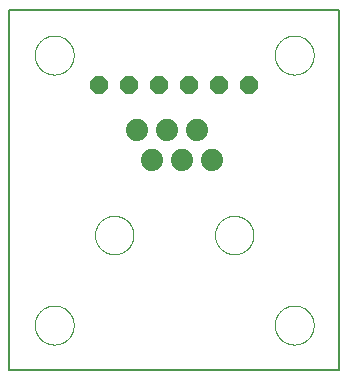
<source format=gbl>
G75*
%MOIN*%
%OFA0B0*%
%FSLAX25Y25*%
%IPPOS*%
%LPD*%
%AMOC8*
5,1,8,0,0,1.08239X$1,22.5*
%
%ADD10C,0.00600*%
%ADD11C,0.00000*%
%ADD12C,0.07400*%
%ADD13OC8,0.06000*%
D10*
X0001300Y0001300D02*
X0001300Y0121300D01*
X0111300Y0121300D01*
X0111300Y0001300D01*
X0001300Y0001300D01*
D11*
X0009800Y0016300D02*
X0009802Y0016461D01*
X0009808Y0016621D01*
X0009818Y0016782D01*
X0009832Y0016942D01*
X0009850Y0017102D01*
X0009871Y0017261D01*
X0009897Y0017420D01*
X0009927Y0017578D01*
X0009960Y0017735D01*
X0009998Y0017892D01*
X0010039Y0018047D01*
X0010084Y0018201D01*
X0010133Y0018354D01*
X0010186Y0018506D01*
X0010242Y0018657D01*
X0010303Y0018806D01*
X0010366Y0018954D01*
X0010434Y0019100D01*
X0010505Y0019244D01*
X0010579Y0019386D01*
X0010657Y0019527D01*
X0010739Y0019665D01*
X0010824Y0019802D01*
X0010912Y0019936D01*
X0011004Y0020068D01*
X0011099Y0020198D01*
X0011197Y0020326D01*
X0011298Y0020451D01*
X0011402Y0020573D01*
X0011509Y0020693D01*
X0011619Y0020810D01*
X0011732Y0020925D01*
X0011848Y0021036D01*
X0011967Y0021145D01*
X0012088Y0021250D01*
X0012212Y0021353D01*
X0012338Y0021453D01*
X0012466Y0021549D01*
X0012597Y0021642D01*
X0012731Y0021732D01*
X0012866Y0021819D01*
X0013004Y0021902D01*
X0013143Y0021982D01*
X0013285Y0022058D01*
X0013428Y0022131D01*
X0013573Y0022200D01*
X0013720Y0022266D01*
X0013868Y0022328D01*
X0014018Y0022386D01*
X0014169Y0022441D01*
X0014322Y0022492D01*
X0014476Y0022539D01*
X0014631Y0022582D01*
X0014787Y0022621D01*
X0014943Y0022657D01*
X0015101Y0022688D01*
X0015259Y0022716D01*
X0015418Y0022740D01*
X0015578Y0022760D01*
X0015738Y0022776D01*
X0015898Y0022788D01*
X0016059Y0022796D01*
X0016220Y0022800D01*
X0016380Y0022800D01*
X0016541Y0022796D01*
X0016702Y0022788D01*
X0016862Y0022776D01*
X0017022Y0022760D01*
X0017182Y0022740D01*
X0017341Y0022716D01*
X0017499Y0022688D01*
X0017657Y0022657D01*
X0017813Y0022621D01*
X0017969Y0022582D01*
X0018124Y0022539D01*
X0018278Y0022492D01*
X0018431Y0022441D01*
X0018582Y0022386D01*
X0018732Y0022328D01*
X0018880Y0022266D01*
X0019027Y0022200D01*
X0019172Y0022131D01*
X0019315Y0022058D01*
X0019457Y0021982D01*
X0019596Y0021902D01*
X0019734Y0021819D01*
X0019869Y0021732D01*
X0020003Y0021642D01*
X0020134Y0021549D01*
X0020262Y0021453D01*
X0020388Y0021353D01*
X0020512Y0021250D01*
X0020633Y0021145D01*
X0020752Y0021036D01*
X0020868Y0020925D01*
X0020981Y0020810D01*
X0021091Y0020693D01*
X0021198Y0020573D01*
X0021302Y0020451D01*
X0021403Y0020326D01*
X0021501Y0020198D01*
X0021596Y0020068D01*
X0021688Y0019936D01*
X0021776Y0019802D01*
X0021861Y0019665D01*
X0021943Y0019527D01*
X0022021Y0019386D01*
X0022095Y0019244D01*
X0022166Y0019100D01*
X0022234Y0018954D01*
X0022297Y0018806D01*
X0022358Y0018657D01*
X0022414Y0018506D01*
X0022467Y0018354D01*
X0022516Y0018201D01*
X0022561Y0018047D01*
X0022602Y0017892D01*
X0022640Y0017735D01*
X0022673Y0017578D01*
X0022703Y0017420D01*
X0022729Y0017261D01*
X0022750Y0017102D01*
X0022768Y0016942D01*
X0022782Y0016782D01*
X0022792Y0016621D01*
X0022798Y0016461D01*
X0022800Y0016300D01*
X0022798Y0016139D01*
X0022792Y0015979D01*
X0022782Y0015818D01*
X0022768Y0015658D01*
X0022750Y0015498D01*
X0022729Y0015339D01*
X0022703Y0015180D01*
X0022673Y0015022D01*
X0022640Y0014865D01*
X0022602Y0014708D01*
X0022561Y0014553D01*
X0022516Y0014399D01*
X0022467Y0014246D01*
X0022414Y0014094D01*
X0022358Y0013943D01*
X0022297Y0013794D01*
X0022234Y0013646D01*
X0022166Y0013500D01*
X0022095Y0013356D01*
X0022021Y0013214D01*
X0021943Y0013073D01*
X0021861Y0012935D01*
X0021776Y0012798D01*
X0021688Y0012664D01*
X0021596Y0012532D01*
X0021501Y0012402D01*
X0021403Y0012274D01*
X0021302Y0012149D01*
X0021198Y0012027D01*
X0021091Y0011907D01*
X0020981Y0011790D01*
X0020868Y0011675D01*
X0020752Y0011564D01*
X0020633Y0011455D01*
X0020512Y0011350D01*
X0020388Y0011247D01*
X0020262Y0011147D01*
X0020134Y0011051D01*
X0020003Y0010958D01*
X0019869Y0010868D01*
X0019734Y0010781D01*
X0019596Y0010698D01*
X0019457Y0010618D01*
X0019315Y0010542D01*
X0019172Y0010469D01*
X0019027Y0010400D01*
X0018880Y0010334D01*
X0018732Y0010272D01*
X0018582Y0010214D01*
X0018431Y0010159D01*
X0018278Y0010108D01*
X0018124Y0010061D01*
X0017969Y0010018D01*
X0017813Y0009979D01*
X0017657Y0009943D01*
X0017499Y0009912D01*
X0017341Y0009884D01*
X0017182Y0009860D01*
X0017022Y0009840D01*
X0016862Y0009824D01*
X0016702Y0009812D01*
X0016541Y0009804D01*
X0016380Y0009800D01*
X0016220Y0009800D01*
X0016059Y0009804D01*
X0015898Y0009812D01*
X0015738Y0009824D01*
X0015578Y0009840D01*
X0015418Y0009860D01*
X0015259Y0009884D01*
X0015101Y0009912D01*
X0014943Y0009943D01*
X0014787Y0009979D01*
X0014631Y0010018D01*
X0014476Y0010061D01*
X0014322Y0010108D01*
X0014169Y0010159D01*
X0014018Y0010214D01*
X0013868Y0010272D01*
X0013720Y0010334D01*
X0013573Y0010400D01*
X0013428Y0010469D01*
X0013285Y0010542D01*
X0013143Y0010618D01*
X0013004Y0010698D01*
X0012866Y0010781D01*
X0012731Y0010868D01*
X0012597Y0010958D01*
X0012466Y0011051D01*
X0012338Y0011147D01*
X0012212Y0011247D01*
X0012088Y0011350D01*
X0011967Y0011455D01*
X0011848Y0011564D01*
X0011732Y0011675D01*
X0011619Y0011790D01*
X0011509Y0011907D01*
X0011402Y0012027D01*
X0011298Y0012149D01*
X0011197Y0012274D01*
X0011099Y0012402D01*
X0011004Y0012532D01*
X0010912Y0012664D01*
X0010824Y0012798D01*
X0010739Y0012935D01*
X0010657Y0013073D01*
X0010579Y0013214D01*
X0010505Y0013356D01*
X0010434Y0013500D01*
X0010366Y0013646D01*
X0010303Y0013794D01*
X0010242Y0013943D01*
X0010186Y0014094D01*
X0010133Y0014246D01*
X0010084Y0014399D01*
X0010039Y0014553D01*
X0009998Y0014708D01*
X0009960Y0014865D01*
X0009927Y0015022D01*
X0009897Y0015180D01*
X0009871Y0015339D01*
X0009850Y0015498D01*
X0009832Y0015658D01*
X0009818Y0015818D01*
X0009808Y0015979D01*
X0009802Y0016139D01*
X0009800Y0016300D01*
X0029900Y0046300D02*
X0029902Y0046460D01*
X0029908Y0046619D01*
X0029918Y0046778D01*
X0029932Y0046937D01*
X0029950Y0047096D01*
X0029971Y0047254D01*
X0029997Y0047411D01*
X0030027Y0047568D01*
X0030060Y0047724D01*
X0030098Y0047879D01*
X0030139Y0048033D01*
X0030184Y0048186D01*
X0030233Y0048338D01*
X0030286Y0048489D01*
X0030342Y0048638D01*
X0030403Y0048786D01*
X0030466Y0048932D01*
X0030534Y0049077D01*
X0030605Y0049220D01*
X0030679Y0049361D01*
X0030757Y0049500D01*
X0030839Y0049637D01*
X0030924Y0049772D01*
X0031012Y0049905D01*
X0031104Y0050036D01*
X0031198Y0050164D01*
X0031296Y0050290D01*
X0031397Y0050414D01*
X0031501Y0050535D01*
X0031608Y0050653D01*
X0031718Y0050769D01*
X0031831Y0050882D01*
X0031947Y0050992D01*
X0032065Y0051099D01*
X0032186Y0051203D01*
X0032310Y0051304D01*
X0032436Y0051402D01*
X0032564Y0051496D01*
X0032695Y0051588D01*
X0032828Y0051676D01*
X0032963Y0051761D01*
X0033100Y0051843D01*
X0033239Y0051921D01*
X0033380Y0051995D01*
X0033523Y0052066D01*
X0033668Y0052134D01*
X0033814Y0052197D01*
X0033962Y0052258D01*
X0034111Y0052314D01*
X0034262Y0052367D01*
X0034414Y0052416D01*
X0034567Y0052461D01*
X0034721Y0052502D01*
X0034876Y0052540D01*
X0035032Y0052573D01*
X0035189Y0052603D01*
X0035346Y0052629D01*
X0035504Y0052650D01*
X0035663Y0052668D01*
X0035822Y0052682D01*
X0035981Y0052692D01*
X0036140Y0052698D01*
X0036300Y0052700D01*
X0036460Y0052698D01*
X0036619Y0052692D01*
X0036778Y0052682D01*
X0036937Y0052668D01*
X0037096Y0052650D01*
X0037254Y0052629D01*
X0037411Y0052603D01*
X0037568Y0052573D01*
X0037724Y0052540D01*
X0037879Y0052502D01*
X0038033Y0052461D01*
X0038186Y0052416D01*
X0038338Y0052367D01*
X0038489Y0052314D01*
X0038638Y0052258D01*
X0038786Y0052197D01*
X0038932Y0052134D01*
X0039077Y0052066D01*
X0039220Y0051995D01*
X0039361Y0051921D01*
X0039500Y0051843D01*
X0039637Y0051761D01*
X0039772Y0051676D01*
X0039905Y0051588D01*
X0040036Y0051496D01*
X0040164Y0051402D01*
X0040290Y0051304D01*
X0040414Y0051203D01*
X0040535Y0051099D01*
X0040653Y0050992D01*
X0040769Y0050882D01*
X0040882Y0050769D01*
X0040992Y0050653D01*
X0041099Y0050535D01*
X0041203Y0050414D01*
X0041304Y0050290D01*
X0041402Y0050164D01*
X0041496Y0050036D01*
X0041588Y0049905D01*
X0041676Y0049772D01*
X0041761Y0049637D01*
X0041843Y0049500D01*
X0041921Y0049361D01*
X0041995Y0049220D01*
X0042066Y0049077D01*
X0042134Y0048932D01*
X0042197Y0048786D01*
X0042258Y0048638D01*
X0042314Y0048489D01*
X0042367Y0048338D01*
X0042416Y0048186D01*
X0042461Y0048033D01*
X0042502Y0047879D01*
X0042540Y0047724D01*
X0042573Y0047568D01*
X0042603Y0047411D01*
X0042629Y0047254D01*
X0042650Y0047096D01*
X0042668Y0046937D01*
X0042682Y0046778D01*
X0042692Y0046619D01*
X0042698Y0046460D01*
X0042700Y0046300D01*
X0042698Y0046140D01*
X0042692Y0045981D01*
X0042682Y0045822D01*
X0042668Y0045663D01*
X0042650Y0045504D01*
X0042629Y0045346D01*
X0042603Y0045189D01*
X0042573Y0045032D01*
X0042540Y0044876D01*
X0042502Y0044721D01*
X0042461Y0044567D01*
X0042416Y0044414D01*
X0042367Y0044262D01*
X0042314Y0044111D01*
X0042258Y0043962D01*
X0042197Y0043814D01*
X0042134Y0043668D01*
X0042066Y0043523D01*
X0041995Y0043380D01*
X0041921Y0043239D01*
X0041843Y0043100D01*
X0041761Y0042963D01*
X0041676Y0042828D01*
X0041588Y0042695D01*
X0041496Y0042564D01*
X0041402Y0042436D01*
X0041304Y0042310D01*
X0041203Y0042186D01*
X0041099Y0042065D01*
X0040992Y0041947D01*
X0040882Y0041831D01*
X0040769Y0041718D01*
X0040653Y0041608D01*
X0040535Y0041501D01*
X0040414Y0041397D01*
X0040290Y0041296D01*
X0040164Y0041198D01*
X0040036Y0041104D01*
X0039905Y0041012D01*
X0039772Y0040924D01*
X0039637Y0040839D01*
X0039500Y0040757D01*
X0039361Y0040679D01*
X0039220Y0040605D01*
X0039077Y0040534D01*
X0038932Y0040466D01*
X0038786Y0040403D01*
X0038638Y0040342D01*
X0038489Y0040286D01*
X0038338Y0040233D01*
X0038186Y0040184D01*
X0038033Y0040139D01*
X0037879Y0040098D01*
X0037724Y0040060D01*
X0037568Y0040027D01*
X0037411Y0039997D01*
X0037254Y0039971D01*
X0037096Y0039950D01*
X0036937Y0039932D01*
X0036778Y0039918D01*
X0036619Y0039908D01*
X0036460Y0039902D01*
X0036300Y0039900D01*
X0036140Y0039902D01*
X0035981Y0039908D01*
X0035822Y0039918D01*
X0035663Y0039932D01*
X0035504Y0039950D01*
X0035346Y0039971D01*
X0035189Y0039997D01*
X0035032Y0040027D01*
X0034876Y0040060D01*
X0034721Y0040098D01*
X0034567Y0040139D01*
X0034414Y0040184D01*
X0034262Y0040233D01*
X0034111Y0040286D01*
X0033962Y0040342D01*
X0033814Y0040403D01*
X0033668Y0040466D01*
X0033523Y0040534D01*
X0033380Y0040605D01*
X0033239Y0040679D01*
X0033100Y0040757D01*
X0032963Y0040839D01*
X0032828Y0040924D01*
X0032695Y0041012D01*
X0032564Y0041104D01*
X0032436Y0041198D01*
X0032310Y0041296D01*
X0032186Y0041397D01*
X0032065Y0041501D01*
X0031947Y0041608D01*
X0031831Y0041718D01*
X0031718Y0041831D01*
X0031608Y0041947D01*
X0031501Y0042065D01*
X0031397Y0042186D01*
X0031296Y0042310D01*
X0031198Y0042436D01*
X0031104Y0042564D01*
X0031012Y0042695D01*
X0030924Y0042828D01*
X0030839Y0042963D01*
X0030757Y0043100D01*
X0030679Y0043239D01*
X0030605Y0043380D01*
X0030534Y0043523D01*
X0030466Y0043668D01*
X0030403Y0043814D01*
X0030342Y0043962D01*
X0030286Y0044111D01*
X0030233Y0044262D01*
X0030184Y0044414D01*
X0030139Y0044567D01*
X0030098Y0044721D01*
X0030060Y0044876D01*
X0030027Y0045032D01*
X0029997Y0045189D01*
X0029971Y0045346D01*
X0029950Y0045504D01*
X0029932Y0045663D01*
X0029918Y0045822D01*
X0029908Y0045981D01*
X0029902Y0046140D01*
X0029900Y0046300D01*
X0069900Y0046300D02*
X0069902Y0046460D01*
X0069908Y0046619D01*
X0069918Y0046778D01*
X0069932Y0046937D01*
X0069950Y0047096D01*
X0069971Y0047254D01*
X0069997Y0047411D01*
X0070027Y0047568D01*
X0070060Y0047724D01*
X0070098Y0047879D01*
X0070139Y0048033D01*
X0070184Y0048186D01*
X0070233Y0048338D01*
X0070286Y0048489D01*
X0070342Y0048638D01*
X0070403Y0048786D01*
X0070466Y0048932D01*
X0070534Y0049077D01*
X0070605Y0049220D01*
X0070679Y0049361D01*
X0070757Y0049500D01*
X0070839Y0049637D01*
X0070924Y0049772D01*
X0071012Y0049905D01*
X0071104Y0050036D01*
X0071198Y0050164D01*
X0071296Y0050290D01*
X0071397Y0050414D01*
X0071501Y0050535D01*
X0071608Y0050653D01*
X0071718Y0050769D01*
X0071831Y0050882D01*
X0071947Y0050992D01*
X0072065Y0051099D01*
X0072186Y0051203D01*
X0072310Y0051304D01*
X0072436Y0051402D01*
X0072564Y0051496D01*
X0072695Y0051588D01*
X0072828Y0051676D01*
X0072963Y0051761D01*
X0073100Y0051843D01*
X0073239Y0051921D01*
X0073380Y0051995D01*
X0073523Y0052066D01*
X0073668Y0052134D01*
X0073814Y0052197D01*
X0073962Y0052258D01*
X0074111Y0052314D01*
X0074262Y0052367D01*
X0074414Y0052416D01*
X0074567Y0052461D01*
X0074721Y0052502D01*
X0074876Y0052540D01*
X0075032Y0052573D01*
X0075189Y0052603D01*
X0075346Y0052629D01*
X0075504Y0052650D01*
X0075663Y0052668D01*
X0075822Y0052682D01*
X0075981Y0052692D01*
X0076140Y0052698D01*
X0076300Y0052700D01*
X0076460Y0052698D01*
X0076619Y0052692D01*
X0076778Y0052682D01*
X0076937Y0052668D01*
X0077096Y0052650D01*
X0077254Y0052629D01*
X0077411Y0052603D01*
X0077568Y0052573D01*
X0077724Y0052540D01*
X0077879Y0052502D01*
X0078033Y0052461D01*
X0078186Y0052416D01*
X0078338Y0052367D01*
X0078489Y0052314D01*
X0078638Y0052258D01*
X0078786Y0052197D01*
X0078932Y0052134D01*
X0079077Y0052066D01*
X0079220Y0051995D01*
X0079361Y0051921D01*
X0079500Y0051843D01*
X0079637Y0051761D01*
X0079772Y0051676D01*
X0079905Y0051588D01*
X0080036Y0051496D01*
X0080164Y0051402D01*
X0080290Y0051304D01*
X0080414Y0051203D01*
X0080535Y0051099D01*
X0080653Y0050992D01*
X0080769Y0050882D01*
X0080882Y0050769D01*
X0080992Y0050653D01*
X0081099Y0050535D01*
X0081203Y0050414D01*
X0081304Y0050290D01*
X0081402Y0050164D01*
X0081496Y0050036D01*
X0081588Y0049905D01*
X0081676Y0049772D01*
X0081761Y0049637D01*
X0081843Y0049500D01*
X0081921Y0049361D01*
X0081995Y0049220D01*
X0082066Y0049077D01*
X0082134Y0048932D01*
X0082197Y0048786D01*
X0082258Y0048638D01*
X0082314Y0048489D01*
X0082367Y0048338D01*
X0082416Y0048186D01*
X0082461Y0048033D01*
X0082502Y0047879D01*
X0082540Y0047724D01*
X0082573Y0047568D01*
X0082603Y0047411D01*
X0082629Y0047254D01*
X0082650Y0047096D01*
X0082668Y0046937D01*
X0082682Y0046778D01*
X0082692Y0046619D01*
X0082698Y0046460D01*
X0082700Y0046300D01*
X0082698Y0046140D01*
X0082692Y0045981D01*
X0082682Y0045822D01*
X0082668Y0045663D01*
X0082650Y0045504D01*
X0082629Y0045346D01*
X0082603Y0045189D01*
X0082573Y0045032D01*
X0082540Y0044876D01*
X0082502Y0044721D01*
X0082461Y0044567D01*
X0082416Y0044414D01*
X0082367Y0044262D01*
X0082314Y0044111D01*
X0082258Y0043962D01*
X0082197Y0043814D01*
X0082134Y0043668D01*
X0082066Y0043523D01*
X0081995Y0043380D01*
X0081921Y0043239D01*
X0081843Y0043100D01*
X0081761Y0042963D01*
X0081676Y0042828D01*
X0081588Y0042695D01*
X0081496Y0042564D01*
X0081402Y0042436D01*
X0081304Y0042310D01*
X0081203Y0042186D01*
X0081099Y0042065D01*
X0080992Y0041947D01*
X0080882Y0041831D01*
X0080769Y0041718D01*
X0080653Y0041608D01*
X0080535Y0041501D01*
X0080414Y0041397D01*
X0080290Y0041296D01*
X0080164Y0041198D01*
X0080036Y0041104D01*
X0079905Y0041012D01*
X0079772Y0040924D01*
X0079637Y0040839D01*
X0079500Y0040757D01*
X0079361Y0040679D01*
X0079220Y0040605D01*
X0079077Y0040534D01*
X0078932Y0040466D01*
X0078786Y0040403D01*
X0078638Y0040342D01*
X0078489Y0040286D01*
X0078338Y0040233D01*
X0078186Y0040184D01*
X0078033Y0040139D01*
X0077879Y0040098D01*
X0077724Y0040060D01*
X0077568Y0040027D01*
X0077411Y0039997D01*
X0077254Y0039971D01*
X0077096Y0039950D01*
X0076937Y0039932D01*
X0076778Y0039918D01*
X0076619Y0039908D01*
X0076460Y0039902D01*
X0076300Y0039900D01*
X0076140Y0039902D01*
X0075981Y0039908D01*
X0075822Y0039918D01*
X0075663Y0039932D01*
X0075504Y0039950D01*
X0075346Y0039971D01*
X0075189Y0039997D01*
X0075032Y0040027D01*
X0074876Y0040060D01*
X0074721Y0040098D01*
X0074567Y0040139D01*
X0074414Y0040184D01*
X0074262Y0040233D01*
X0074111Y0040286D01*
X0073962Y0040342D01*
X0073814Y0040403D01*
X0073668Y0040466D01*
X0073523Y0040534D01*
X0073380Y0040605D01*
X0073239Y0040679D01*
X0073100Y0040757D01*
X0072963Y0040839D01*
X0072828Y0040924D01*
X0072695Y0041012D01*
X0072564Y0041104D01*
X0072436Y0041198D01*
X0072310Y0041296D01*
X0072186Y0041397D01*
X0072065Y0041501D01*
X0071947Y0041608D01*
X0071831Y0041718D01*
X0071718Y0041831D01*
X0071608Y0041947D01*
X0071501Y0042065D01*
X0071397Y0042186D01*
X0071296Y0042310D01*
X0071198Y0042436D01*
X0071104Y0042564D01*
X0071012Y0042695D01*
X0070924Y0042828D01*
X0070839Y0042963D01*
X0070757Y0043100D01*
X0070679Y0043239D01*
X0070605Y0043380D01*
X0070534Y0043523D01*
X0070466Y0043668D01*
X0070403Y0043814D01*
X0070342Y0043962D01*
X0070286Y0044111D01*
X0070233Y0044262D01*
X0070184Y0044414D01*
X0070139Y0044567D01*
X0070098Y0044721D01*
X0070060Y0044876D01*
X0070027Y0045032D01*
X0069997Y0045189D01*
X0069971Y0045346D01*
X0069950Y0045504D01*
X0069932Y0045663D01*
X0069918Y0045822D01*
X0069908Y0045981D01*
X0069902Y0046140D01*
X0069900Y0046300D01*
X0089800Y0016300D02*
X0089802Y0016461D01*
X0089808Y0016621D01*
X0089818Y0016782D01*
X0089832Y0016942D01*
X0089850Y0017102D01*
X0089871Y0017261D01*
X0089897Y0017420D01*
X0089927Y0017578D01*
X0089960Y0017735D01*
X0089998Y0017892D01*
X0090039Y0018047D01*
X0090084Y0018201D01*
X0090133Y0018354D01*
X0090186Y0018506D01*
X0090242Y0018657D01*
X0090303Y0018806D01*
X0090366Y0018954D01*
X0090434Y0019100D01*
X0090505Y0019244D01*
X0090579Y0019386D01*
X0090657Y0019527D01*
X0090739Y0019665D01*
X0090824Y0019802D01*
X0090912Y0019936D01*
X0091004Y0020068D01*
X0091099Y0020198D01*
X0091197Y0020326D01*
X0091298Y0020451D01*
X0091402Y0020573D01*
X0091509Y0020693D01*
X0091619Y0020810D01*
X0091732Y0020925D01*
X0091848Y0021036D01*
X0091967Y0021145D01*
X0092088Y0021250D01*
X0092212Y0021353D01*
X0092338Y0021453D01*
X0092466Y0021549D01*
X0092597Y0021642D01*
X0092731Y0021732D01*
X0092866Y0021819D01*
X0093004Y0021902D01*
X0093143Y0021982D01*
X0093285Y0022058D01*
X0093428Y0022131D01*
X0093573Y0022200D01*
X0093720Y0022266D01*
X0093868Y0022328D01*
X0094018Y0022386D01*
X0094169Y0022441D01*
X0094322Y0022492D01*
X0094476Y0022539D01*
X0094631Y0022582D01*
X0094787Y0022621D01*
X0094943Y0022657D01*
X0095101Y0022688D01*
X0095259Y0022716D01*
X0095418Y0022740D01*
X0095578Y0022760D01*
X0095738Y0022776D01*
X0095898Y0022788D01*
X0096059Y0022796D01*
X0096220Y0022800D01*
X0096380Y0022800D01*
X0096541Y0022796D01*
X0096702Y0022788D01*
X0096862Y0022776D01*
X0097022Y0022760D01*
X0097182Y0022740D01*
X0097341Y0022716D01*
X0097499Y0022688D01*
X0097657Y0022657D01*
X0097813Y0022621D01*
X0097969Y0022582D01*
X0098124Y0022539D01*
X0098278Y0022492D01*
X0098431Y0022441D01*
X0098582Y0022386D01*
X0098732Y0022328D01*
X0098880Y0022266D01*
X0099027Y0022200D01*
X0099172Y0022131D01*
X0099315Y0022058D01*
X0099457Y0021982D01*
X0099596Y0021902D01*
X0099734Y0021819D01*
X0099869Y0021732D01*
X0100003Y0021642D01*
X0100134Y0021549D01*
X0100262Y0021453D01*
X0100388Y0021353D01*
X0100512Y0021250D01*
X0100633Y0021145D01*
X0100752Y0021036D01*
X0100868Y0020925D01*
X0100981Y0020810D01*
X0101091Y0020693D01*
X0101198Y0020573D01*
X0101302Y0020451D01*
X0101403Y0020326D01*
X0101501Y0020198D01*
X0101596Y0020068D01*
X0101688Y0019936D01*
X0101776Y0019802D01*
X0101861Y0019665D01*
X0101943Y0019527D01*
X0102021Y0019386D01*
X0102095Y0019244D01*
X0102166Y0019100D01*
X0102234Y0018954D01*
X0102297Y0018806D01*
X0102358Y0018657D01*
X0102414Y0018506D01*
X0102467Y0018354D01*
X0102516Y0018201D01*
X0102561Y0018047D01*
X0102602Y0017892D01*
X0102640Y0017735D01*
X0102673Y0017578D01*
X0102703Y0017420D01*
X0102729Y0017261D01*
X0102750Y0017102D01*
X0102768Y0016942D01*
X0102782Y0016782D01*
X0102792Y0016621D01*
X0102798Y0016461D01*
X0102800Y0016300D01*
X0102798Y0016139D01*
X0102792Y0015979D01*
X0102782Y0015818D01*
X0102768Y0015658D01*
X0102750Y0015498D01*
X0102729Y0015339D01*
X0102703Y0015180D01*
X0102673Y0015022D01*
X0102640Y0014865D01*
X0102602Y0014708D01*
X0102561Y0014553D01*
X0102516Y0014399D01*
X0102467Y0014246D01*
X0102414Y0014094D01*
X0102358Y0013943D01*
X0102297Y0013794D01*
X0102234Y0013646D01*
X0102166Y0013500D01*
X0102095Y0013356D01*
X0102021Y0013214D01*
X0101943Y0013073D01*
X0101861Y0012935D01*
X0101776Y0012798D01*
X0101688Y0012664D01*
X0101596Y0012532D01*
X0101501Y0012402D01*
X0101403Y0012274D01*
X0101302Y0012149D01*
X0101198Y0012027D01*
X0101091Y0011907D01*
X0100981Y0011790D01*
X0100868Y0011675D01*
X0100752Y0011564D01*
X0100633Y0011455D01*
X0100512Y0011350D01*
X0100388Y0011247D01*
X0100262Y0011147D01*
X0100134Y0011051D01*
X0100003Y0010958D01*
X0099869Y0010868D01*
X0099734Y0010781D01*
X0099596Y0010698D01*
X0099457Y0010618D01*
X0099315Y0010542D01*
X0099172Y0010469D01*
X0099027Y0010400D01*
X0098880Y0010334D01*
X0098732Y0010272D01*
X0098582Y0010214D01*
X0098431Y0010159D01*
X0098278Y0010108D01*
X0098124Y0010061D01*
X0097969Y0010018D01*
X0097813Y0009979D01*
X0097657Y0009943D01*
X0097499Y0009912D01*
X0097341Y0009884D01*
X0097182Y0009860D01*
X0097022Y0009840D01*
X0096862Y0009824D01*
X0096702Y0009812D01*
X0096541Y0009804D01*
X0096380Y0009800D01*
X0096220Y0009800D01*
X0096059Y0009804D01*
X0095898Y0009812D01*
X0095738Y0009824D01*
X0095578Y0009840D01*
X0095418Y0009860D01*
X0095259Y0009884D01*
X0095101Y0009912D01*
X0094943Y0009943D01*
X0094787Y0009979D01*
X0094631Y0010018D01*
X0094476Y0010061D01*
X0094322Y0010108D01*
X0094169Y0010159D01*
X0094018Y0010214D01*
X0093868Y0010272D01*
X0093720Y0010334D01*
X0093573Y0010400D01*
X0093428Y0010469D01*
X0093285Y0010542D01*
X0093143Y0010618D01*
X0093004Y0010698D01*
X0092866Y0010781D01*
X0092731Y0010868D01*
X0092597Y0010958D01*
X0092466Y0011051D01*
X0092338Y0011147D01*
X0092212Y0011247D01*
X0092088Y0011350D01*
X0091967Y0011455D01*
X0091848Y0011564D01*
X0091732Y0011675D01*
X0091619Y0011790D01*
X0091509Y0011907D01*
X0091402Y0012027D01*
X0091298Y0012149D01*
X0091197Y0012274D01*
X0091099Y0012402D01*
X0091004Y0012532D01*
X0090912Y0012664D01*
X0090824Y0012798D01*
X0090739Y0012935D01*
X0090657Y0013073D01*
X0090579Y0013214D01*
X0090505Y0013356D01*
X0090434Y0013500D01*
X0090366Y0013646D01*
X0090303Y0013794D01*
X0090242Y0013943D01*
X0090186Y0014094D01*
X0090133Y0014246D01*
X0090084Y0014399D01*
X0090039Y0014553D01*
X0089998Y0014708D01*
X0089960Y0014865D01*
X0089927Y0015022D01*
X0089897Y0015180D01*
X0089871Y0015339D01*
X0089850Y0015498D01*
X0089832Y0015658D01*
X0089818Y0015818D01*
X0089808Y0015979D01*
X0089802Y0016139D01*
X0089800Y0016300D01*
X0089800Y0106300D02*
X0089802Y0106461D01*
X0089808Y0106621D01*
X0089818Y0106782D01*
X0089832Y0106942D01*
X0089850Y0107102D01*
X0089871Y0107261D01*
X0089897Y0107420D01*
X0089927Y0107578D01*
X0089960Y0107735D01*
X0089998Y0107892D01*
X0090039Y0108047D01*
X0090084Y0108201D01*
X0090133Y0108354D01*
X0090186Y0108506D01*
X0090242Y0108657D01*
X0090303Y0108806D01*
X0090366Y0108954D01*
X0090434Y0109100D01*
X0090505Y0109244D01*
X0090579Y0109386D01*
X0090657Y0109527D01*
X0090739Y0109665D01*
X0090824Y0109802D01*
X0090912Y0109936D01*
X0091004Y0110068D01*
X0091099Y0110198D01*
X0091197Y0110326D01*
X0091298Y0110451D01*
X0091402Y0110573D01*
X0091509Y0110693D01*
X0091619Y0110810D01*
X0091732Y0110925D01*
X0091848Y0111036D01*
X0091967Y0111145D01*
X0092088Y0111250D01*
X0092212Y0111353D01*
X0092338Y0111453D01*
X0092466Y0111549D01*
X0092597Y0111642D01*
X0092731Y0111732D01*
X0092866Y0111819D01*
X0093004Y0111902D01*
X0093143Y0111982D01*
X0093285Y0112058D01*
X0093428Y0112131D01*
X0093573Y0112200D01*
X0093720Y0112266D01*
X0093868Y0112328D01*
X0094018Y0112386D01*
X0094169Y0112441D01*
X0094322Y0112492D01*
X0094476Y0112539D01*
X0094631Y0112582D01*
X0094787Y0112621D01*
X0094943Y0112657D01*
X0095101Y0112688D01*
X0095259Y0112716D01*
X0095418Y0112740D01*
X0095578Y0112760D01*
X0095738Y0112776D01*
X0095898Y0112788D01*
X0096059Y0112796D01*
X0096220Y0112800D01*
X0096380Y0112800D01*
X0096541Y0112796D01*
X0096702Y0112788D01*
X0096862Y0112776D01*
X0097022Y0112760D01*
X0097182Y0112740D01*
X0097341Y0112716D01*
X0097499Y0112688D01*
X0097657Y0112657D01*
X0097813Y0112621D01*
X0097969Y0112582D01*
X0098124Y0112539D01*
X0098278Y0112492D01*
X0098431Y0112441D01*
X0098582Y0112386D01*
X0098732Y0112328D01*
X0098880Y0112266D01*
X0099027Y0112200D01*
X0099172Y0112131D01*
X0099315Y0112058D01*
X0099457Y0111982D01*
X0099596Y0111902D01*
X0099734Y0111819D01*
X0099869Y0111732D01*
X0100003Y0111642D01*
X0100134Y0111549D01*
X0100262Y0111453D01*
X0100388Y0111353D01*
X0100512Y0111250D01*
X0100633Y0111145D01*
X0100752Y0111036D01*
X0100868Y0110925D01*
X0100981Y0110810D01*
X0101091Y0110693D01*
X0101198Y0110573D01*
X0101302Y0110451D01*
X0101403Y0110326D01*
X0101501Y0110198D01*
X0101596Y0110068D01*
X0101688Y0109936D01*
X0101776Y0109802D01*
X0101861Y0109665D01*
X0101943Y0109527D01*
X0102021Y0109386D01*
X0102095Y0109244D01*
X0102166Y0109100D01*
X0102234Y0108954D01*
X0102297Y0108806D01*
X0102358Y0108657D01*
X0102414Y0108506D01*
X0102467Y0108354D01*
X0102516Y0108201D01*
X0102561Y0108047D01*
X0102602Y0107892D01*
X0102640Y0107735D01*
X0102673Y0107578D01*
X0102703Y0107420D01*
X0102729Y0107261D01*
X0102750Y0107102D01*
X0102768Y0106942D01*
X0102782Y0106782D01*
X0102792Y0106621D01*
X0102798Y0106461D01*
X0102800Y0106300D01*
X0102798Y0106139D01*
X0102792Y0105979D01*
X0102782Y0105818D01*
X0102768Y0105658D01*
X0102750Y0105498D01*
X0102729Y0105339D01*
X0102703Y0105180D01*
X0102673Y0105022D01*
X0102640Y0104865D01*
X0102602Y0104708D01*
X0102561Y0104553D01*
X0102516Y0104399D01*
X0102467Y0104246D01*
X0102414Y0104094D01*
X0102358Y0103943D01*
X0102297Y0103794D01*
X0102234Y0103646D01*
X0102166Y0103500D01*
X0102095Y0103356D01*
X0102021Y0103214D01*
X0101943Y0103073D01*
X0101861Y0102935D01*
X0101776Y0102798D01*
X0101688Y0102664D01*
X0101596Y0102532D01*
X0101501Y0102402D01*
X0101403Y0102274D01*
X0101302Y0102149D01*
X0101198Y0102027D01*
X0101091Y0101907D01*
X0100981Y0101790D01*
X0100868Y0101675D01*
X0100752Y0101564D01*
X0100633Y0101455D01*
X0100512Y0101350D01*
X0100388Y0101247D01*
X0100262Y0101147D01*
X0100134Y0101051D01*
X0100003Y0100958D01*
X0099869Y0100868D01*
X0099734Y0100781D01*
X0099596Y0100698D01*
X0099457Y0100618D01*
X0099315Y0100542D01*
X0099172Y0100469D01*
X0099027Y0100400D01*
X0098880Y0100334D01*
X0098732Y0100272D01*
X0098582Y0100214D01*
X0098431Y0100159D01*
X0098278Y0100108D01*
X0098124Y0100061D01*
X0097969Y0100018D01*
X0097813Y0099979D01*
X0097657Y0099943D01*
X0097499Y0099912D01*
X0097341Y0099884D01*
X0097182Y0099860D01*
X0097022Y0099840D01*
X0096862Y0099824D01*
X0096702Y0099812D01*
X0096541Y0099804D01*
X0096380Y0099800D01*
X0096220Y0099800D01*
X0096059Y0099804D01*
X0095898Y0099812D01*
X0095738Y0099824D01*
X0095578Y0099840D01*
X0095418Y0099860D01*
X0095259Y0099884D01*
X0095101Y0099912D01*
X0094943Y0099943D01*
X0094787Y0099979D01*
X0094631Y0100018D01*
X0094476Y0100061D01*
X0094322Y0100108D01*
X0094169Y0100159D01*
X0094018Y0100214D01*
X0093868Y0100272D01*
X0093720Y0100334D01*
X0093573Y0100400D01*
X0093428Y0100469D01*
X0093285Y0100542D01*
X0093143Y0100618D01*
X0093004Y0100698D01*
X0092866Y0100781D01*
X0092731Y0100868D01*
X0092597Y0100958D01*
X0092466Y0101051D01*
X0092338Y0101147D01*
X0092212Y0101247D01*
X0092088Y0101350D01*
X0091967Y0101455D01*
X0091848Y0101564D01*
X0091732Y0101675D01*
X0091619Y0101790D01*
X0091509Y0101907D01*
X0091402Y0102027D01*
X0091298Y0102149D01*
X0091197Y0102274D01*
X0091099Y0102402D01*
X0091004Y0102532D01*
X0090912Y0102664D01*
X0090824Y0102798D01*
X0090739Y0102935D01*
X0090657Y0103073D01*
X0090579Y0103214D01*
X0090505Y0103356D01*
X0090434Y0103500D01*
X0090366Y0103646D01*
X0090303Y0103794D01*
X0090242Y0103943D01*
X0090186Y0104094D01*
X0090133Y0104246D01*
X0090084Y0104399D01*
X0090039Y0104553D01*
X0089998Y0104708D01*
X0089960Y0104865D01*
X0089927Y0105022D01*
X0089897Y0105180D01*
X0089871Y0105339D01*
X0089850Y0105498D01*
X0089832Y0105658D01*
X0089818Y0105818D01*
X0089808Y0105979D01*
X0089802Y0106139D01*
X0089800Y0106300D01*
X0009800Y0106300D02*
X0009802Y0106461D01*
X0009808Y0106621D01*
X0009818Y0106782D01*
X0009832Y0106942D01*
X0009850Y0107102D01*
X0009871Y0107261D01*
X0009897Y0107420D01*
X0009927Y0107578D01*
X0009960Y0107735D01*
X0009998Y0107892D01*
X0010039Y0108047D01*
X0010084Y0108201D01*
X0010133Y0108354D01*
X0010186Y0108506D01*
X0010242Y0108657D01*
X0010303Y0108806D01*
X0010366Y0108954D01*
X0010434Y0109100D01*
X0010505Y0109244D01*
X0010579Y0109386D01*
X0010657Y0109527D01*
X0010739Y0109665D01*
X0010824Y0109802D01*
X0010912Y0109936D01*
X0011004Y0110068D01*
X0011099Y0110198D01*
X0011197Y0110326D01*
X0011298Y0110451D01*
X0011402Y0110573D01*
X0011509Y0110693D01*
X0011619Y0110810D01*
X0011732Y0110925D01*
X0011848Y0111036D01*
X0011967Y0111145D01*
X0012088Y0111250D01*
X0012212Y0111353D01*
X0012338Y0111453D01*
X0012466Y0111549D01*
X0012597Y0111642D01*
X0012731Y0111732D01*
X0012866Y0111819D01*
X0013004Y0111902D01*
X0013143Y0111982D01*
X0013285Y0112058D01*
X0013428Y0112131D01*
X0013573Y0112200D01*
X0013720Y0112266D01*
X0013868Y0112328D01*
X0014018Y0112386D01*
X0014169Y0112441D01*
X0014322Y0112492D01*
X0014476Y0112539D01*
X0014631Y0112582D01*
X0014787Y0112621D01*
X0014943Y0112657D01*
X0015101Y0112688D01*
X0015259Y0112716D01*
X0015418Y0112740D01*
X0015578Y0112760D01*
X0015738Y0112776D01*
X0015898Y0112788D01*
X0016059Y0112796D01*
X0016220Y0112800D01*
X0016380Y0112800D01*
X0016541Y0112796D01*
X0016702Y0112788D01*
X0016862Y0112776D01*
X0017022Y0112760D01*
X0017182Y0112740D01*
X0017341Y0112716D01*
X0017499Y0112688D01*
X0017657Y0112657D01*
X0017813Y0112621D01*
X0017969Y0112582D01*
X0018124Y0112539D01*
X0018278Y0112492D01*
X0018431Y0112441D01*
X0018582Y0112386D01*
X0018732Y0112328D01*
X0018880Y0112266D01*
X0019027Y0112200D01*
X0019172Y0112131D01*
X0019315Y0112058D01*
X0019457Y0111982D01*
X0019596Y0111902D01*
X0019734Y0111819D01*
X0019869Y0111732D01*
X0020003Y0111642D01*
X0020134Y0111549D01*
X0020262Y0111453D01*
X0020388Y0111353D01*
X0020512Y0111250D01*
X0020633Y0111145D01*
X0020752Y0111036D01*
X0020868Y0110925D01*
X0020981Y0110810D01*
X0021091Y0110693D01*
X0021198Y0110573D01*
X0021302Y0110451D01*
X0021403Y0110326D01*
X0021501Y0110198D01*
X0021596Y0110068D01*
X0021688Y0109936D01*
X0021776Y0109802D01*
X0021861Y0109665D01*
X0021943Y0109527D01*
X0022021Y0109386D01*
X0022095Y0109244D01*
X0022166Y0109100D01*
X0022234Y0108954D01*
X0022297Y0108806D01*
X0022358Y0108657D01*
X0022414Y0108506D01*
X0022467Y0108354D01*
X0022516Y0108201D01*
X0022561Y0108047D01*
X0022602Y0107892D01*
X0022640Y0107735D01*
X0022673Y0107578D01*
X0022703Y0107420D01*
X0022729Y0107261D01*
X0022750Y0107102D01*
X0022768Y0106942D01*
X0022782Y0106782D01*
X0022792Y0106621D01*
X0022798Y0106461D01*
X0022800Y0106300D01*
X0022798Y0106139D01*
X0022792Y0105979D01*
X0022782Y0105818D01*
X0022768Y0105658D01*
X0022750Y0105498D01*
X0022729Y0105339D01*
X0022703Y0105180D01*
X0022673Y0105022D01*
X0022640Y0104865D01*
X0022602Y0104708D01*
X0022561Y0104553D01*
X0022516Y0104399D01*
X0022467Y0104246D01*
X0022414Y0104094D01*
X0022358Y0103943D01*
X0022297Y0103794D01*
X0022234Y0103646D01*
X0022166Y0103500D01*
X0022095Y0103356D01*
X0022021Y0103214D01*
X0021943Y0103073D01*
X0021861Y0102935D01*
X0021776Y0102798D01*
X0021688Y0102664D01*
X0021596Y0102532D01*
X0021501Y0102402D01*
X0021403Y0102274D01*
X0021302Y0102149D01*
X0021198Y0102027D01*
X0021091Y0101907D01*
X0020981Y0101790D01*
X0020868Y0101675D01*
X0020752Y0101564D01*
X0020633Y0101455D01*
X0020512Y0101350D01*
X0020388Y0101247D01*
X0020262Y0101147D01*
X0020134Y0101051D01*
X0020003Y0100958D01*
X0019869Y0100868D01*
X0019734Y0100781D01*
X0019596Y0100698D01*
X0019457Y0100618D01*
X0019315Y0100542D01*
X0019172Y0100469D01*
X0019027Y0100400D01*
X0018880Y0100334D01*
X0018732Y0100272D01*
X0018582Y0100214D01*
X0018431Y0100159D01*
X0018278Y0100108D01*
X0018124Y0100061D01*
X0017969Y0100018D01*
X0017813Y0099979D01*
X0017657Y0099943D01*
X0017499Y0099912D01*
X0017341Y0099884D01*
X0017182Y0099860D01*
X0017022Y0099840D01*
X0016862Y0099824D01*
X0016702Y0099812D01*
X0016541Y0099804D01*
X0016380Y0099800D01*
X0016220Y0099800D01*
X0016059Y0099804D01*
X0015898Y0099812D01*
X0015738Y0099824D01*
X0015578Y0099840D01*
X0015418Y0099860D01*
X0015259Y0099884D01*
X0015101Y0099912D01*
X0014943Y0099943D01*
X0014787Y0099979D01*
X0014631Y0100018D01*
X0014476Y0100061D01*
X0014322Y0100108D01*
X0014169Y0100159D01*
X0014018Y0100214D01*
X0013868Y0100272D01*
X0013720Y0100334D01*
X0013573Y0100400D01*
X0013428Y0100469D01*
X0013285Y0100542D01*
X0013143Y0100618D01*
X0013004Y0100698D01*
X0012866Y0100781D01*
X0012731Y0100868D01*
X0012597Y0100958D01*
X0012466Y0101051D01*
X0012338Y0101147D01*
X0012212Y0101247D01*
X0012088Y0101350D01*
X0011967Y0101455D01*
X0011848Y0101564D01*
X0011732Y0101675D01*
X0011619Y0101790D01*
X0011509Y0101907D01*
X0011402Y0102027D01*
X0011298Y0102149D01*
X0011197Y0102274D01*
X0011099Y0102402D01*
X0011004Y0102532D01*
X0010912Y0102664D01*
X0010824Y0102798D01*
X0010739Y0102935D01*
X0010657Y0103073D01*
X0010579Y0103214D01*
X0010505Y0103356D01*
X0010434Y0103500D01*
X0010366Y0103646D01*
X0010303Y0103794D01*
X0010242Y0103943D01*
X0010186Y0104094D01*
X0010133Y0104246D01*
X0010084Y0104399D01*
X0010039Y0104553D01*
X0009998Y0104708D01*
X0009960Y0104865D01*
X0009927Y0105022D01*
X0009897Y0105180D01*
X0009871Y0105339D01*
X0009850Y0105498D01*
X0009832Y0105658D01*
X0009818Y0105818D01*
X0009808Y0105979D01*
X0009802Y0106139D01*
X0009800Y0106300D01*
D12*
X0043800Y0081300D03*
X0048800Y0071300D03*
X0053800Y0081300D03*
X0058800Y0071300D03*
X0063800Y0081300D03*
X0068800Y0071300D03*
D13*
X0071300Y0096300D03*
X0061300Y0096300D03*
X0051300Y0096300D03*
X0041300Y0096300D03*
X0031300Y0096300D03*
X0081300Y0096300D03*
M02*

</source>
